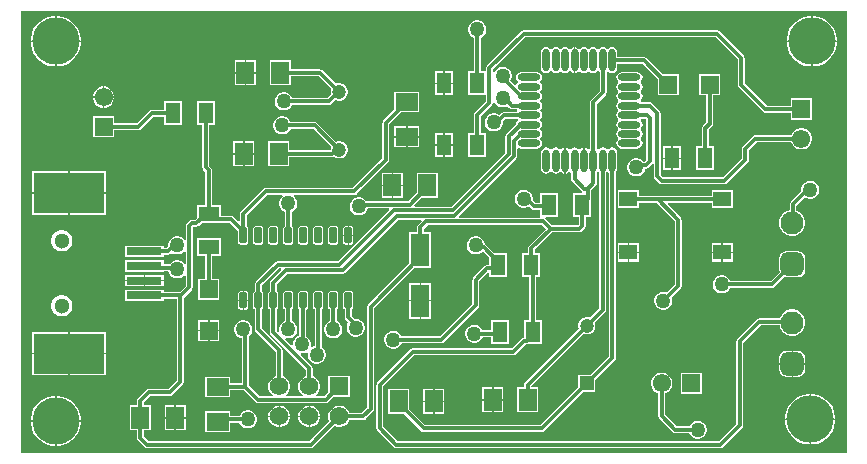
<source format=gtl>
G04*
G04 #@! TF.GenerationSoftware,Altium Limited,Altium Designer,23.10.1 (27)*
G04*
G04 Layer_Physical_Order=1*
G04 Layer_Color=255*
%FSLAX44Y44*%
%MOMM*%
G71*
G04*
G04 #@! TF.SameCoordinates,8FD05F9E-8C87-4FDC-AA44-F0996D1C9290*
G04*
G04*
G04 #@! TF.FilePolarity,Positive*
G04*
G01*
G75*
%ADD15R,1.2557X1.7582*%
%ADD16R,1.5057X1.8582*%
G04:AMPARAMS|DCode=17|XSize=1.31mm|YSize=0.62mm|CornerRadius=0.0775mm|HoleSize=0mm|Usage=FLASHONLY|Rotation=90.000|XOffset=0mm|YOffset=0mm|HoleType=Round|Shape=RoundedRectangle|*
%AMROUNDEDRECTD17*
21,1,1.3100,0.4650,0,0,90.0*
21,1,1.1550,0.6200,0,0,90.0*
1,1,0.1550,0.2325,0.5775*
1,1,0.1550,0.2325,-0.5775*
1,1,0.1550,-0.2325,-0.5775*
1,1,0.1550,-0.2325,0.5775*
%
%ADD17ROUNDEDRECTD17*%
%ADD18R,1.5000X1.5000*%
%ADD19R,1.8582X1.5057*%
%ADD20R,3.0000X0.7000*%
%ADD21R,6.0400X3.4000*%
%ADD22R,1.7582X1.2557*%
%ADD23R,1.5500X1.3000*%
%ADD24O,0.6000X1.9500*%
%ADD25O,1.9500X0.6000*%
%ADD26R,1.6000X2.8000*%
%ADD27R,1.5000X1.5000*%
%ADD34C,1.5700*%
%ADD35R,1.5700X1.5700*%
%ADD39R,1.5500X1.5500*%
%ADD40C,1.5500*%
%ADD41R,1.5500X1.5500*%
%ADD46C,0.3200*%
%ADD47C,1.2000*%
%ADD48C,1.3000*%
%ADD49C,1.9500*%
G04:AMPARAMS|DCode=50|XSize=1.95mm|YSize=1.95mm|CornerRadius=0.4875mm|HoleSize=0mm|Usage=FLASHONLY|Rotation=90.000|XOffset=0mm|YOffset=0mm|HoleType=Round|Shape=RoundedRectangle|*
%AMROUNDEDRECTD50*
21,1,1.9500,0.9750,0,0,90.0*
21,1,0.9750,1.9500,0,0,90.0*
1,1,0.9750,0.4875,0.4875*
1,1,0.9750,0.4875,-0.4875*
1,1,0.9750,-0.4875,-0.4875*
1,1,0.9750,-0.4875,0.4875*
%
%ADD50ROUNDEDRECTD50*%
%ADD51R,1.2000X1.2000*%
%ADD52C,4.0000*%
%ADD53C,0.5500*%
%ADD54C,1.2700*%
G36*
X955541Y256039D02*
X256039D01*
Y630421D01*
X955541D01*
Y256039D01*
D02*
G37*
%LPC*%
G36*
X927925Y625790D02*
X926465D01*
Y605155D01*
X947100D01*
Y606615D01*
X946283Y610724D01*
X944679Y614595D01*
X942352Y618079D01*
X939389Y621041D01*
X935905Y623369D01*
X932034Y624973D01*
X927925Y625790D01*
D02*
G37*
G36*
X925195D02*
X923735D01*
X919626Y624973D01*
X915755Y623369D01*
X912271Y621041D01*
X909308Y618079D01*
X906981Y614595D01*
X905377Y610724D01*
X904560Y606615D01*
Y605155D01*
X925195D01*
Y625790D01*
D02*
G37*
G36*
X287845D02*
X286385D01*
Y605155D01*
X307020D01*
Y606615D01*
X306203Y610724D01*
X304599Y614595D01*
X302271Y618079D01*
X299309Y621041D01*
X295825Y623369D01*
X291954Y624973D01*
X287845Y625790D01*
D02*
G37*
G36*
X285115D02*
X283655D01*
X279546Y624973D01*
X275675Y623369D01*
X272191Y621041D01*
X269228Y618079D01*
X266901Y614595D01*
X265297Y610724D01*
X264480Y606615D01*
Y605155D01*
X285115D01*
Y625790D01*
D02*
G37*
G36*
X716980Y599704D02*
X715314Y599372D01*
X713902Y598428D01*
X713615Y598000D01*
X712345D01*
X712058Y598428D01*
X710646Y599372D01*
X708980Y599704D01*
X707314Y599372D01*
X705901Y598428D01*
X705615Y598000D01*
X704345D01*
X704059Y598428D01*
X702646Y599372D01*
X700980Y599704D01*
X699314Y599372D01*
X697902Y598428D01*
X696958Y597016D01*
X696626Y595350D01*
Y581850D01*
X696958Y580184D01*
X697902Y578772D01*
X699314Y577828D01*
X700980Y577496D01*
X702646Y577828D01*
X704059Y578772D01*
X704345Y579200D01*
X705615D01*
X705901Y578772D01*
X707314Y577828D01*
X708980Y577496D01*
X710646Y577828D01*
X712058Y578772D01*
X712345Y579200D01*
X713615D01*
X713902Y578772D01*
X715314Y577828D01*
X716980Y577496D01*
X718646Y577828D01*
X720059Y578772D01*
X720345Y579200D01*
X721615D01*
X721901Y578772D01*
X723314Y577828D01*
X724345Y577623D01*
Y588600D01*
Y599577D01*
X723314Y599372D01*
X721901Y598428D01*
X721615Y598000D01*
X720345D01*
X720059Y598428D01*
X718646Y599372D01*
X716980Y599704D01*
D02*
G37*
G36*
X947100Y603885D02*
X926465D01*
Y583250D01*
X927925D01*
X932034Y584067D01*
X935905Y585671D01*
X939389Y587999D01*
X942352Y590961D01*
X944679Y594445D01*
X946283Y598316D01*
X947100Y602425D01*
Y603885D01*
D02*
G37*
G36*
X925195D02*
X904560D01*
Y602425D01*
X905377Y598316D01*
X906981Y594445D01*
X909308Y590961D01*
X912271Y587999D01*
X915755Y585671D01*
X919626Y584067D01*
X923735Y583250D01*
X925195D01*
Y603885D01*
D02*
G37*
G36*
X307020D02*
X286385D01*
Y583250D01*
X287845D01*
X291954Y584067D01*
X295825Y585671D01*
X299309Y587999D01*
X302271Y590961D01*
X304599Y594445D01*
X306203Y598316D01*
X307020Y602425D01*
Y603885D01*
D02*
G37*
G36*
X285115D02*
X264480D01*
Y602425D01*
X265297Y598316D01*
X266901Y594445D01*
X269228Y590961D01*
X272191Y587999D01*
X275675Y585671D01*
X279546Y584067D01*
X283655Y583250D01*
X285115D01*
Y603885D01*
D02*
G37*
G36*
X455046Y588411D02*
X446883D01*
Y578485D01*
X455046D01*
Y588411D01*
D02*
G37*
G36*
X445613D02*
X437449D01*
Y578485D01*
X445613D01*
Y588411D01*
D02*
G37*
G36*
X622186Y579021D02*
X615273D01*
Y569595D01*
X622186D01*
Y579021D01*
D02*
G37*
G36*
X614003D02*
X607089D01*
Y569595D01*
X614003D01*
Y579021D01*
D02*
G37*
G36*
X455046Y577215D02*
X446883D01*
Y567289D01*
X455046D01*
Y577215D01*
D02*
G37*
G36*
X445613D02*
X437449D01*
Y567289D01*
X445613D01*
Y577215D01*
D02*
G37*
G36*
X622186Y568325D02*
X615273D01*
Y558899D01*
X622186D01*
Y568325D01*
D02*
G37*
G36*
X614003D02*
X607089D01*
Y558899D01*
X614003D01*
Y568325D01*
D02*
G37*
G36*
X327407Y566350D02*
X326855D01*
Y557965D01*
X335240D01*
Y558517D01*
X334625Y560812D01*
X333438Y562868D01*
X331758Y564548D01*
X329702Y565735D01*
X327407Y566350D01*
D02*
G37*
G36*
X325585D02*
X325033D01*
X322738Y565735D01*
X320682Y564548D01*
X319002Y562868D01*
X317815Y560812D01*
X317200Y558517D01*
Y557965D01*
X325585D01*
Y566350D01*
D02*
G37*
G36*
X484571Y588411D02*
X466974D01*
Y567289D01*
X484571D01*
Y574924D01*
X508328D01*
X518969Y564282D01*
X518510Y562567D01*
Y560653D01*
X518758Y559726D01*
X515678Y556646D01*
X485895D01*
X485891Y556661D01*
X484888Y558399D01*
X483469Y559818D01*
X481731Y560821D01*
X479793Y561340D01*
X477787D01*
X475849Y560821D01*
X474111Y559818D01*
X472692Y558399D01*
X471689Y556661D01*
X471170Y554723D01*
Y552717D01*
X471689Y550779D01*
X472692Y549041D01*
X474111Y547622D01*
X475849Y546619D01*
X477787Y546100D01*
X479793D01*
X481731Y546619D01*
X483469Y547622D01*
X484888Y549041D01*
X485891Y550779D01*
X485895Y550794D01*
X516890D01*
X518010Y551017D01*
X518959Y551651D01*
X522448Y555139D01*
X522974Y554836D01*
X524823Y554340D01*
X526737D01*
X528586Y554836D01*
X530244Y555793D01*
X531597Y557146D01*
X532555Y558804D01*
X533050Y560653D01*
Y562567D01*
X532555Y564416D01*
X531597Y566074D01*
X530244Y567427D01*
X528586Y568385D01*
X526737Y568880D01*
X524823D01*
X523108Y568420D01*
X511609Y579919D01*
X510660Y580554D01*
X509540Y580776D01*
X484571D01*
Y588411D01*
D02*
G37*
G36*
X335240Y556695D02*
X326855D01*
Y548310D01*
X327407D01*
X329702Y548925D01*
X331758Y550112D01*
X333438Y551792D01*
X334625Y553848D01*
X335240Y556143D01*
Y556695D01*
D02*
G37*
G36*
X325585D02*
X317200D01*
Y556143D01*
X317815Y553848D01*
X319002Y551792D01*
X320682Y550112D01*
X322738Y548925D01*
X325033Y548310D01*
X325585D01*
Y556695D01*
D02*
G37*
G36*
X643623Y622300D02*
X641617D01*
X639679Y621781D01*
X637941Y620778D01*
X636522Y619359D01*
X635519Y617621D01*
X635000Y615683D01*
Y613677D01*
X635519Y611739D01*
X636522Y610001D01*
X637941Y608582D01*
X639679Y607579D01*
X639694Y607575D01*
Y579021D01*
X635114D01*
Y558899D01*
X649854D01*
Y553662D01*
X640593Y544402D01*
X639959Y543452D01*
X639736Y542332D01*
Y526951D01*
X635114D01*
Y506829D01*
X650211D01*
Y526951D01*
X645589D01*
Y541120D01*
X654849Y550381D01*
X655483Y551330D01*
X655706Y552450D01*
Y553648D01*
X656976Y553815D01*
X657109Y553319D01*
X658112Y551581D01*
X659531Y550163D01*
X661269Y549159D01*
X663207Y548640D01*
X665213D01*
X667151Y549159D01*
X668154Y549738D01*
X669861Y548031D01*
X670810Y547397D01*
X671930Y547174D01*
X676550D01*
X676652Y547022D01*
X676618Y545631D01*
X675992Y545026D01*
X665321D01*
X664201Y544804D01*
X663251Y544169D01*
X661174Y542092D01*
X659531Y543041D01*
X657593Y543560D01*
X655587D01*
X653649Y543041D01*
X651911Y542038D01*
X650492Y540619D01*
X649489Y538881D01*
X648970Y536943D01*
Y534937D01*
X649489Y532999D01*
X650492Y531261D01*
X651911Y529842D01*
X653649Y528839D01*
X655587Y528320D01*
X657593D01*
X659531Y528839D01*
X661269Y529842D01*
X662688Y531261D01*
X663691Y532999D01*
X664210Y534937D01*
Y536851D01*
X666533Y539174D01*
X676550D01*
X676652Y539021D01*
X677080Y538735D01*
Y537465D01*
X676652Y537178D01*
X675708Y535766D01*
X675398Y534207D01*
X667221Y526031D01*
X666587Y525081D01*
X666364Y523961D01*
Y510361D01*
X620478Y464475D01*
X589668D01*
X589182Y465648D01*
X595572Y472039D01*
X609031D01*
Y493161D01*
X591434D01*
Y476177D01*
X584202Y468945D01*
X548707D01*
X548387Y469499D01*
X546969Y470918D01*
X545231Y471921D01*
X543293Y472440D01*
X541287D01*
X539349Y471921D01*
X537611Y470918D01*
X536193Y469499D01*
X535189Y467761D01*
X534670Y465823D01*
Y463817D01*
X535189Y461879D01*
X536193Y460141D01*
X537611Y458722D01*
X539349Y457719D01*
X541287Y457200D01*
X543293D01*
X545231Y457719D01*
X546969Y458722D01*
X548387Y460141D01*
X549391Y461879D01*
X549716Y463093D01*
X567785D01*
X568271Y461919D01*
X524568Y418216D01*
X473710D01*
X472590Y417994D01*
X471641Y417359D01*
X455131Y400849D01*
X454496Y399900D01*
X454274Y398780D01*
Y392990D01*
X454077Y392951D01*
X453401Y392499D01*
X452949Y391823D01*
X452790Y391025D01*
Y379475D01*
X452949Y378677D01*
X453401Y378001D01*
X454077Y377549D01*
X454274Y377510D01*
Y360680D01*
X454496Y359560D01*
X455131Y358611D01*
X472054Y341688D01*
Y321078D01*
X471460Y320919D01*
X469380Y319718D01*
X467682Y318020D01*
X466482Y315940D01*
X465860Y313621D01*
Y311219D01*
X466482Y308900D01*
X467682Y306820D01*
X469316Y305186D01*
X469295Y304896D01*
X468929Y303916D01*
X458412D01*
X449174Y313155D01*
Y354580D01*
X449179Y354582D01*
X450597Y356001D01*
X451601Y357739D01*
X452120Y359677D01*
Y361683D01*
X451601Y363621D01*
X450597Y365359D01*
X449179Y366777D01*
X447441Y367781D01*
X445503Y368300D01*
X443497D01*
X441559Y367781D01*
X439821Y366777D01*
X438402Y365359D01*
X437399Y363621D01*
X436880Y361683D01*
Y359677D01*
X437399Y357739D01*
X438402Y356001D01*
X439821Y354582D01*
X441559Y353579D01*
X443321Y353107D01*
Y314869D01*
X433471D01*
Y320741D01*
X412349D01*
Y303144D01*
X433471D01*
Y309016D01*
X445036D01*
X455131Y298921D01*
X456080Y298286D01*
X457200Y298064D01*
X514350D01*
X515470Y298286D01*
X516419Y298921D01*
X520798Y303300D01*
X534900D01*
Y321540D01*
X516660D01*
Y307438D01*
X513138Y303916D01*
X506431D01*
X506065Y304896D01*
X506044Y305186D01*
X507678Y306820D01*
X508879Y308900D01*
X509500Y311219D01*
Y313621D01*
X508879Y315940D01*
X507678Y318020D01*
X505980Y319718D01*
X503900Y320919D01*
X503306Y321078D01*
Y327660D01*
X503083Y328780D01*
X502449Y329729D01*
X493088Y339090D01*
X493614Y340360D01*
X495033D01*
X496971Y340879D01*
X498195Y341586D01*
X499286Y340749D01*
X499110Y340093D01*
Y338087D01*
X499629Y336149D01*
X500633Y334411D01*
X502051Y332993D01*
X503789Y331989D01*
X505727Y331470D01*
X507733D01*
X509671Y331989D01*
X511409Y332993D01*
X512827Y334411D01*
X513831Y336149D01*
X514350Y338087D01*
Y340093D01*
X513831Y342031D01*
X512827Y343769D01*
X511409Y345187D01*
X510926Y345466D01*
Y377510D01*
X511123Y377549D01*
X511799Y378001D01*
X512251Y378677D01*
X512410Y379475D01*
Y391025D01*
X512251Y391823D01*
X511799Y392499D01*
X511123Y392951D01*
X510325Y393110D01*
X505675D01*
X504877Y392951D01*
X504201Y392499D01*
X503749Y391823D01*
X503590Y391025D01*
Y379475D01*
X503749Y378677D01*
X504201Y378001D01*
X504877Y377549D01*
X505074Y377510D01*
Y346535D01*
X503789Y346191D01*
X502565Y345484D01*
X501474Y346321D01*
X501650Y346977D01*
Y348983D01*
X501131Y350921D01*
X500127Y352659D01*
X498709Y354077D01*
X497591Y354723D01*
Y377390D01*
X497625D01*
X498423Y377549D01*
X499099Y378001D01*
X499551Y378677D01*
X499710Y379475D01*
Y391025D01*
X499551Y391823D01*
X499099Y392499D01*
X498423Y392951D01*
X497625Y393110D01*
X492975D01*
X492177Y392951D01*
X491501Y392499D01*
X491049Y391823D01*
X490890Y391025D01*
Y379475D01*
X491049Y378677D01*
X491501Y378001D01*
X491739Y377841D01*
Y355255D01*
X491089Y355081D01*
X489351Y354077D01*
X487933Y352659D01*
X486929Y350921D01*
X486410Y348983D01*
Y347564D01*
X485140Y347038D01*
X480007Y352171D01*
X480665Y353310D01*
X481597Y353060D01*
X483603D01*
X485541Y353579D01*
X487279Y354582D01*
X488698Y356001D01*
X489701Y357739D01*
X490220Y359677D01*
Y361683D01*
X489701Y363621D01*
X488698Y365359D01*
X487279Y366777D01*
X485541Y367781D01*
X485526Y367785D01*
Y377510D01*
X485723Y377549D01*
X486399Y378001D01*
X486851Y378677D01*
X487010Y379475D01*
Y391025D01*
X486851Y391823D01*
X486399Y392499D01*
X485723Y392951D01*
X484925Y393110D01*
X480275D01*
X479477Y392951D01*
X478801Y392499D01*
X478349Y391823D01*
X478190Y391025D01*
Y379475D01*
X478349Y378677D01*
X478801Y378001D01*
X479477Y377549D01*
X479674Y377510D01*
Y367785D01*
X479659Y367781D01*
X477921Y366777D01*
X476502Y365359D01*
X475499Y363621D01*
X474980Y361683D01*
Y359677D01*
X475230Y358745D01*
X474091Y358087D01*
X472826Y359352D01*
Y377510D01*
X473023Y377549D01*
X473699Y378001D01*
X474151Y378677D01*
X474310Y379475D01*
Y391025D01*
X474151Y391823D01*
X473699Y392499D01*
X473023Y392951D01*
X472826Y392990D01*
Y398907D01*
X481813Y407894D01*
X528942D01*
X530061Y408116D01*
X531011Y408751D01*
X575924Y453664D01*
X595186D01*
X595672Y452490D01*
X592291Y449109D01*
X591656Y448160D01*
X591434Y447040D01*
Y443170D01*
X585090D01*
Y416768D01*
X550381Y382059D01*
X549747Y381110D01*
X549524Y379990D01*
Y294582D01*
X544888Y289946D01*
X534438D01*
X534278Y290540D01*
X533078Y292620D01*
X531380Y294318D01*
X529300Y295518D01*
X526981Y296140D01*
X524579D01*
X522260Y295518D01*
X520180Y294318D01*
X518482Y292620D01*
X517281Y290540D01*
X516660Y288221D01*
Y285819D01*
X517281Y283500D01*
X517589Y282967D01*
X500438Y265816D01*
X364432D01*
X360274Y269974D01*
Y275189D01*
X366146D01*
Y296311D01*
X360274D01*
Y298986D01*
X365702Y304414D01*
X382270D01*
X383390Y304636D01*
X384339Y305271D01*
X393229Y314161D01*
X393863Y315110D01*
X394086Y316230D01*
Y387408D01*
X400849Y394171D01*
X401483Y395120D01*
X401706Y396240D01*
Y447098D01*
X402255Y447646D01*
X404838D01*
X405958Y447869D01*
X406907Y448504D01*
X409367Y450964D01*
X419686D01*
X419969Y450908D01*
X433154D01*
X440090Y443972D01*
Y434475D01*
X440249Y433677D01*
X440701Y433001D01*
X441377Y432549D01*
X442175Y432390D01*
X446825D01*
X447623Y432549D01*
X448299Y433001D01*
X448751Y433677D01*
X448910Y434475D01*
Y446025D01*
X448751Y446823D01*
X448299Y447499D01*
X447623Y447951D01*
X447426Y447990D01*
Y457258D01*
X464762Y474594D01*
X477349D01*
X477703Y473891D01*
X477787Y473324D01*
X476502Y472039D01*
X475499Y470301D01*
X474980Y468363D01*
Y466357D01*
X475499Y464419D01*
X476502Y462681D01*
X477921Y461263D01*
X479659Y460259D01*
X479674Y460255D01*
Y447990D01*
X479477Y447951D01*
X478801Y447499D01*
X478349Y446823D01*
X478190Y446025D01*
Y434475D01*
X478349Y433677D01*
X478801Y433001D01*
X479477Y432549D01*
X480275Y432390D01*
X484925D01*
X485723Y432549D01*
X486399Y433001D01*
X486851Y433677D01*
X487010Y434475D01*
Y446025D01*
X486851Y446823D01*
X486399Y447499D01*
X485723Y447951D01*
X485526Y447990D01*
Y460255D01*
X485541Y460259D01*
X487279Y461263D01*
X488698Y462681D01*
X489701Y464419D01*
X490220Y466357D01*
Y468363D01*
X489701Y470301D01*
X488698Y472039D01*
X487413Y473324D01*
X487497Y473891D01*
X487851Y474594D01*
X538480D01*
X539600Y474817D01*
X540549Y475451D01*
X567219Y502121D01*
X567854Y503070D01*
X568076Y504190D01*
Y534250D01*
X577308Y543482D01*
X577942Y544431D01*
X577945Y544444D01*
X593491D01*
Y562041D01*
X572369D01*
Y547597D01*
X572313Y547314D01*
Y546763D01*
X563081Y537532D01*
X562447Y536582D01*
X562224Y535462D01*
Y505402D01*
X537268Y480446D01*
X463550D01*
X462430Y480224D01*
X461481Y479589D01*
X442431Y460539D01*
X441796Y459590D01*
X441574Y458470D01*
Y452424D01*
X440400Y451938D01*
X436435Y455903D01*
X435486Y456537D01*
X434366Y456760D01*
X425351D01*
Y466061D01*
X418216D01*
Y495300D01*
X417994Y496420D01*
X417359Y497369D01*
X415761Y498967D01*
Y533499D01*
X420383D01*
Y553621D01*
X405286D01*
Y533499D01*
X409909D01*
Y497755D01*
X410131Y496635D01*
X410766Y495686D01*
X412364Y494088D01*
Y466061D01*
X405229D01*
Y455102D01*
X403626Y453499D01*
X401043D01*
X399923Y453276D01*
X398974Y452642D01*
X396711Y450379D01*
X396077Y449430D01*
X395854Y448310D01*
Y437051D01*
X395151Y436697D01*
X394584Y436613D01*
X393299Y437897D01*
X391561Y438901D01*
X389623Y439420D01*
X387617D01*
X385679Y438901D01*
X383941Y437897D01*
X382523Y436479D01*
X381519Y434741D01*
X381000Y432803D01*
Y430889D01*
X379897Y429786D01*
X377100D01*
Y431630D01*
X344560D01*
Y422090D01*
X377100D01*
Y423934D01*
X381109D01*
X382229Y424156D01*
X383178Y424791D01*
X384036Y425648D01*
X385679Y424699D01*
X387617Y424180D01*
X389623D01*
X391561Y424699D01*
X393299Y425703D01*
X394584Y426987D01*
X395151Y426903D01*
X395854Y426549D01*
Y416731D01*
X395151Y416377D01*
X394584Y416293D01*
X393299Y417578D01*
X391561Y418581D01*
X389623Y419100D01*
X387617D01*
X385679Y418581D01*
X383941Y417578D01*
X382523Y416159D01*
X382342Y415846D01*
X377100D01*
Y419130D01*
X344560D01*
Y409590D01*
X377100D01*
Y409994D01*
X381129D01*
X381519Y408539D01*
X382523Y406801D01*
X383941Y405382D01*
X385679Y404379D01*
X387617Y403860D01*
X389623D01*
X391561Y404379D01*
X393299Y405382D01*
X394584Y406667D01*
X395151Y406583D01*
X395854Y406229D01*
Y397452D01*
X390644Y392242D01*
X390420Y392286D01*
X377100D01*
Y394130D01*
X344560D01*
Y384590D01*
X377100D01*
Y386434D01*
X388234D01*
Y317442D01*
X381058Y310266D01*
X364490D01*
X363370Y310044D01*
X362421Y309409D01*
X355278Y302267D01*
X354644Y301317D01*
X354421Y300198D01*
Y296311D01*
X348549D01*
Y275189D01*
X354421D01*
Y268762D01*
X354644Y267643D01*
X355278Y266693D01*
X361151Y260821D01*
X362100Y260187D01*
X363220Y259964D01*
X501650D01*
X502770Y260187D01*
X503719Y260821D01*
X521727Y278829D01*
X522260Y278521D01*
X524579Y277900D01*
X526981D01*
X529300Y278521D01*
X531380Y279722D01*
X533078Y281420D01*
X534278Y283500D01*
X534438Y284094D01*
X546100D01*
X547220Y284317D01*
X548169Y284951D01*
X554519Y291301D01*
X555154Y292250D01*
X555376Y293370D01*
Y378778D01*
X589228Y412630D01*
X603630D01*
Y443170D01*
X597286D01*
Y445828D01*
X600652Y449194D01*
X697288D01*
X700712Y445770D01*
X686356Y431414D01*
X685721Y430465D01*
X685499Y429345D01*
Y425351D01*
X680876D01*
Y405229D01*
X686726D01*
Y368201D01*
X682104D01*
Y353804D01*
X681341Y353652D01*
X680392Y353018D01*
X671930Y344556D01*
X588010D01*
X586890Y344333D01*
X585941Y343699D01*
X558001Y315759D01*
X557366Y314810D01*
X557144Y313690D01*
Y276860D01*
X557366Y275740D01*
X558001Y274791D01*
X571971Y260821D01*
X572920Y260187D01*
X574040Y259964D01*
X848360D01*
X849480Y260187D01*
X850429Y260821D01*
X866939Y277331D01*
X867573Y278280D01*
X867796Y279400D01*
Y349308D01*
X882592Y364104D01*
X898545D01*
X899051Y362216D01*
X900502Y359703D01*
X902554Y357652D01*
X905066Y356201D01*
X907869Y355450D01*
X910771D01*
X913574Y356201D01*
X916086Y357652D01*
X918138Y359703D01*
X919589Y362216D01*
X920340Y365019D01*
Y367921D01*
X919589Y370723D01*
X918138Y373236D01*
X916086Y375288D01*
X913574Y376739D01*
X910771Y377490D01*
X907869D01*
X905066Y376739D01*
X902554Y375288D01*
X900502Y373236D01*
X899051Y370723D01*
X898845Y369956D01*
X881380D01*
X880260Y369734D01*
X879311Y369099D01*
X862801Y352589D01*
X862167Y351640D01*
X861944Y350520D01*
Y280612D01*
X847148Y265816D01*
X575252D01*
X562996Y278072D01*
Y312478D01*
X589222Y338704D01*
X673142D01*
X674262Y338927D01*
X675212Y339561D01*
X683673Y348023D01*
X684974D01*
X685257Y348079D01*
X697201D01*
Y368201D01*
X692579D01*
Y405229D01*
X695974D01*
Y425351D01*
X691351D01*
Y428133D01*
X706062Y442844D01*
X728980D01*
X730100Y443066D01*
X731049Y443701D01*
X733632Y446283D01*
X734266Y447233D01*
X734489Y448352D01*
Y456029D01*
X739111D01*
Y470486D01*
X739167Y470769D01*
Y478489D01*
X743049Y482371D01*
X743683Y483320D01*
X743906Y484440D01*
Y493670D01*
X744058Y493772D01*
X745449Y493738D01*
X746054Y493112D01*
Y378622D01*
X738002Y370570D01*
X736287Y371030D01*
X734373D01*
X732524Y370535D01*
X730866Y369577D01*
X729513Y368224D01*
X728555Y366566D01*
X728060Y364717D01*
Y362803D01*
X728520Y361088D01*
X683253Y315822D01*
X682619Y314872D01*
X682396Y313752D01*
Y311551D01*
X676524D01*
Y290429D01*
X694121D01*
Y311551D01*
X688926D01*
X688529Y312821D01*
X732658Y356950D01*
X734373Y356490D01*
X736287D01*
X738136Y356985D01*
X739794Y357943D01*
X741147Y359296D01*
X742105Y360954D01*
X742600Y362803D01*
Y364717D01*
X742141Y366432D01*
X751049Y375341D01*
X751684Y376290D01*
X751906Y377410D01*
Y493670D01*
X752058Y493772D01*
X753449Y493738D01*
X754054Y493112D01*
Y337822D01*
X738462Y322230D01*
X728060D01*
Y311828D01*
X696018Y279786D01*
X598575D01*
X585064Y293297D01*
Y310281D01*
X567467D01*
Y289159D01*
X580925D01*
X595294Y274791D01*
X596243Y274156D01*
X597363Y273934D01*
X697230D01*
X698350Y274156D01*
X699299Y274791D01*
X732198Y307690D01*
X742600D01*
Y318092D01*
X759049Y334541D01*
X759684Y335490D01*
X759906Y336610D01*
Y493670D01*
X760059Y493772D01*
X761002Y495184D01*
X761334Y496850D01*
Y510350D01*
X761002Y512016D01*
X760059Y513428D01*
X758646Y514372D01*
X756980Y514704D01*
X755314Y514372D01*
X753902Y513428D01*
X753615Y513000D01*
X752345D01*
X752058Y513428D01*
X750646Y514372D01*
X748980Y514704D01*
X747314Y514372D01*
X745901Y513428D01*
X744511Y513462D01*
X743906Y514088D01*
Y551808D01*
X751369Y559271D01*
X752003Y560220D01*
X752226Y561340D01*
Y579023D01*
X752345Y579200D01*
X753615D01*
X753902Y578772D01*
X755314Y577828D01*
X756980Y577496D01*
X758646Y577828D01*
X760059Y578772D01*
X761002Y580184D01*
X761334Y581850D01*
Y585674D01*
X782348D01*
X795700Y572322D01*
Y558920D01*
X813240D01*
Y576460D01*
X799838D01*
X785629Y590669D01*
X784680Y591303D01*
X783560Y591526D01*
X761334D01*
Y595350D01*
X761002Y597016D01*
X760059Y598428D01*
X758646Y599372D01*
X756980Y599704D01*
X755314Y599372D01*
X753902Y598428D01*
X753615Y598000D01*
X752345D01*
X752058Y598428D01*
X750646Y599372D01*
X748980Y599704D01*
X747314Y599372D01*
X745901Y598428D01*
X745615Y598000D01*
X744345D01*
X744059Y598428D01*
X742646Y599372D01*
X740980Y599704D01*
X739314Y599372D01*
X737902Y598428D01*
X737615Y598000D01*
X736345D01*
X736059Y598428D01*
X734646Y599372D01*
X732980Y599704D01*
X731314Y599372D01*
X729902Y598428D01*
X729615Y598000D01*
X728345D01*
X728058Y598428D01*
X726646Y599372D01*
X725615Y599577D01*
Y588600D01*
Y577623D01*
X726646Y577828D01*
X728058Y578772D01*
X728345Y579200D01*
X729615D01*
X729902Y578772D01*
X731314Y577828D01*
X732980Y577496D01*
X734646Y577828D01*
X736059Y578772D01*
X736345Y579200D01*
X737615D01*
X737902Y578772D01*
X739314Y577828D01*
X740980Y577496D01*
X742646Y577828D01*
X744059Y578772D01*
X744219Y579012D01*
X745520Y579093D01*
X746374Y578245D01*
Y562552D01*
X738911Y555089D01*
X738277Y554140D01*
X738054Y553020D01*
Y513530D01*
X737902Y513428D01*
X737615Y513000D01*
X736345D01*
X736059Y513428D01*
X734646Y514372D01*
X733615Y514577D01*
Y503600D01*
X732345D01*
Y514577D01*
X731314Y514372D01*
X729902Y513428D01*
X729615Y513000D01*
X728345D01*
X728058Y513428D01*
X726646Y514372D01*
X724980Y514704D01*
X723314Y514372D01*
X721901Y513428D01*
X721615Y513000D01*
X720345D01*
X720059Y513428D01*
X718646Y514372D01*
X717615Y514577D01*
Y503600D01*
Y492623D01*
X718646Y492828D01*
X720058Y493772D01*
X721449Y493738D01*
X722054Y493112D01*
Y487870D01*
X722277Y486750D01*
X722911Y485801D01*
X731080Y477632D01*
X731395Y477421D01*
X731010Y476151D01*
X724014D01*
Y456029D01*
X728636D01*
Y449565D01*
X727768Y448696D01*
X706062D01*
X700569Y454189D01*
X699716Y454759D01*
X699706Y454851D01*
X700491Y456029D01*
X711086D01*
Y476151D01*
X695989D01*
Y467746D01*
X692123D01*
X689610Y470259D01*
Y472173D01*
X689091Y474111D01*
X688087Y475849D01*
X686669Y477267D01*
X684931Y478271D01*
X682993Y478790D01*
X680987D01*
X679049Y478271D01*
X677311Y477267D01*
X675892Y475849D01*
X674889Y474111D01*
X674370Y472173D01*
Y470167D01*
X674889Y468229D01*
X675892Y466491D01*
X677311Y465073D01*
X679049Y464069D01*
X680987Y463550D01*
X682993D01*
X684931Y464069D01*
X686574Y465018D01*
X688841Y462751D01*
X689791Y462117D01*
X690911Y461894D01*
X695989D01*
Y456316D01*
X695989Y456029D01*
X695295Y455046D01*
X627306D01*
X626820Y456220D01*
X675829Y505228D01*
X676463Y506178D01*
X676686Y507298D01*
Y513651D01*
X677806Y514250D01*
X678064Y514078D01*
X679730Y513746D01*
X693230D01*
X694896Y514078D01*
X696309Y515022D01*
X697252Y516434D01*
X697584Y518100D01*
X697252Y519766D01*
X696309Y521179D01*
X695880Y521465D01*
Y522735D01*
X696309Y523022D01*
X697252Y524434D01*
X697584Y526100D01*
X697252Y527766D01*
X696309Y529179D01*
X695880Y529465D01*
Y530735D01*
X696309Y531021D01*
X697252Y532434D01*
X697584Y534100D01*
X697252Y535766D01*
X696309Y537178D01*
X695880Y537465D01*
Y538735D01*
X696309Y539021D01*
X697252Y540434D01*
X697584Y542100D01*
X697252Y543766D01*
X696309Y545178D01*
X695880Y545465D01*
Y546735D01*
X696309Y547021D01*
X697252Y548434D01*
X697584Y550100D01*
X697252Y551766D01*
X696309Y553178D01*
X695880Y553465D01*
Y554735D01*
X696309Y555022D01*
X697252Y556434D01*
X697584Y558100D01*
X697252Y559766D01*
X696309Y561179D01*
X695880Y561465D01*
Y562735D01*
X696309Y563022D01*
X697252Y564434D01*
X697584Y566100D01*
X697252Y567766D01*
X696309Y569179D01*
X695880Y569465D01*
Y570735D01*
X696309Y571021D01*
X697252Y572434D01*
X697584Y574100D01*
X697252Y575766D01*
X696309Y577178D01*
X694896Y578122D01*
X693230Y578454D01*
X679730D01*
X678064Y578122D01*
X676652Y577178D01*
X675708Y575766D01*
X675376Y574100D01*
X675708Y572434D01*
X676652Y571021D01*
X677080Y570735D01*
Y569465D01*
X676652Y569179D01*
X675708Y567766D01*
X675671Y567580D01*
X674455Y567211D01*
X670574Y571093D01*
X671311Y572369D01*
X671830Y574307D01*
Y576313D01*
X671311Y578251D01*
X670307Y579989D01*
X668889Y581408D01*
X667151Y582411D01*
X665213Y582930D01*
X663207D01*
X661269Y582411D01*
X659531Y581408D01*
X658112Y579989D01*
X657109Y578251D01*
X656976Y577755D01*
X655706Y577922D01*
Y580448D01*
X683202Y607944D01*
X844608D01*
X863214Y589338D01*
Y567690D01*
X863437Y566570D01*
X864071Y565621D01*
X884591Y545101D01*
X885540Y544467D01*
X886660Y544244D01*
X908090D01*
Y538150D01*
X926130D01*
Y556190D01*
X908090D01*
Y550096D01*
X887872D01*
X869066Y568902D01*
Y590550D01*
X868844Y591670D01*
X868209Y592619D01*
X847889Y612939D01*
X846940Y613573D01*
X845820Y613796D01*
X681990D01*
X680870Y613573D01*
X679921Y612939D01*
X650711Y583729D01*
X650077Y582780D01*
X649854Y581660D01*
Y579021D01*
X645546D01*
Y607575D01*
X645561Y607579D01*
X647299Y608582D01*
X648717Y610001D01*
X649721Y611739D01*
X650240Y613677D01*
Y615683D01*
X649721Y617621D01*
X648717Y619359D01*
X647299Y620778D01*
X645561Y621781D01*
X643623Y622300D01*
D02*
G37*
G36*
X392359Y553621D02*
X377261D01*
Y546486D01*
X367030D01*
X365910Y546264D01*
X364961Y545629D01*
X354588Y535256D01*
X335240D01*
Y541350D01*
X317200D01*
Y523310D01*
X335240D01*
Y529404D01*
X355800D01*
X356920Y529627D01*
X357869Y530261D01*
X368242Y540634D01*
X377261D01*
Y533499D01*
X392359D01*
Y553621D01*
D02*
G37*
G36*
X593491Y532516D02*
X583565D01*
Y524353D01*
X593491D01*
Y532516D01*
D02*
G37*
G36*
X582295D02*
X572369D01*
Y524353D01*
X582295D01*
Y532516D01*
D02*
G37*
G36*
X622186Y526951D02*
X615273D01*
Y517525D01*
X622186D01*
Y526951D01*
D02*
G37*
G36*
X614003D02*
X607089D01*
Y517525D01*
X614003D01*
Y526951D01*
D02*
G37*
G36*
X593491Y523083D02*
X583565D01*
Y514919D01*
X593491D01*
Y523083D01*
D02*
G37*
G36*
X582295D02*
X572369D01*
Y514919D01*
X582295D01*
Y523083D01*
D02*
G37*
G36*
X778230Y578454D02*
X764730D01*
X763064Y578122D01*
X761652Y577178D01*
X760708Y575766D01*
X760376Y574100D01*
X760708Y572434D01*
X761652Y571021D01*
X762080Y570735D01*
Y569465D01*
X761652Y569179D01*
X760708Y567766D01*
X760376Y566100D01*
X760708Y564434D01*
X761652Y563022D01*
X762080Y562735D01*
Y561465D01*
X761652Y561179D01*
X760708Y559766D01*
X760376Y558100D01*
X760708Y556434D01*
X761652Y555022D01*
X762080Y554735D01*
Y553465D01*
X761652Y553178D01*
X760708Y551766D01*
X760376Y550100D01*
X760708Y548434D01*
X761652Y547021D01*
X762080Y546735D01*
Y545465D01*
X761652Y545178D01*
X760708Y543766D01*
X760376Y542100D01*
X760708Y540434D01*
X761652Y539021D01*
X762080Y538735D01*
Y537465D01*
X761652Y537178D01*
X760708Y535766D01*
X760376Y534100D01*
X760708Y532434D01*
X761652Y531021D01*
X762080Y530735D01*
Y529465D01*
X761652Y529179D01*
X760708Y527766D01*
X760376Y526100D01*
X760708Y524434D01*
X761652Y523022D01*
X762080Y522735D01*
Y521465D01*
X761652Y521179D01*
X760708Y519766D01*
X760376Y518100D01*
X760708Y516434D01*
X761652Y515022D01*
X763064Y514078D01*
X764730Y513746D01*
X778230D01*
X779896Y514078D01*
X781309Y515022D01*
X782252Y516434D01*
X782584Y518100D01*
X782252Y519766D01*
X781309Y521179D01*
X780880Y521465D01*
Y522735D01*
X781309Y523022D01*
X782252Y524434D01*
X782584Y526100D01*
X782252Y527766D01*
X781309Y529179D01*
X780880Y529465D01*
Y530735D01*
X781309Y531021D01*
X782252Y532434D01*
X782584Y534100D01*
X782252Y535766D01*
X781309Y537178D01*
X781342Y538569D01*
X781968Y539174D01*
X785108D01*
X785744Y538538D01*
Y504132D01*
X784196Y502584D01*
X783272D01*
X781919Y503937D01*
X780181Y504941D01*
X778243Y505460D01*
X776237D01*
X774299Y504941D01*
X772561Y503937D01*
X771143Y502519D01*
X770139Y500781D01*
X769620Y498843D01*
Y496837D01*
X770139Y494899D01*
X771143Y493161D01*
X772561Y491743D01*
X774299Y490739D01*
X776237Y490220D01*
X778243D01*
X780181Y490739D01*
X781919Y491743D01*
X783337Y493161D01*
X784341Y494899D01*
X784832Y496731D01*
X785408D01*
X786527Y496954D01*
X787477Y497589D01*
X790739Y500851D01*
X790824Y500978D01*
X792094Y500592D01*
Y490220D01*
X792317Y489100D01*
X792951Y488151D01*
X796761Y484341D01*
X797710Y483707D01*
X798830Y483484D01*
X851800D01*
X852920Y483707D01*
X853869Y484341D01*
X871649Y502121D01*
X872283Y503070D01*
X872506Y504190D01*
Y512440D01*
X879310Y519244D01*
X908556D01*
X908705Y518688D01*
X909892Y516632D01*
X911572Y514952D01*
X913628Y513765D01*
X915922Y513150D01*
X918298D01*
X920592Y513765D01*
X922648Y514952D01*
X924328Y516632D01*
X925515Y518688D01*
X926130Y520983D01*
Y523358D01*
X925515Y525652D01*
X924328Y527708D01*
X922648Y529388D01*
X920592Y530575D01*
X918298Y531190D01*
X915922D01*
X913628Y530575D01*
X911572Y529388D01*
X909892Y527708D01*
X908705Y525652D01*
X908556Y525096D01*
X878098D01*
X876979Y524874D01*
X876029Y524239D01*
X867511Y515721D01*
X866877Y514771D01*
X866654Y513652D01*
Y505402D01*
X850588Y489336D01*
X800042D01*
X797946Y491432D01*
Y543560D01*
X797723Y544680D01*
X797089Y545629D01*
X790549Y552169D01*
X789600Y552803D01*
X788480Y553026D01*
X781410D01*
X781309Y553178D01*
X780880Y553465D01*
Y554735D01*
X781309Y555022D01*
X782252Y556434D01*
X782584Y558100D01*
X782252Y559766D01*
X781309Y561179D01*
X780880Y561465D01*
Y562735D01*
X781309Y563022D01*
X782252Y564434D01*
X782584Y566100D01*
X782252Y567766D01*
X781309Y569179D01*
X780880Y569465D01*
Y570735D01*
X781309Y571021D01*
X782252Y572434D01*
X782584Y574100D01*
X782252Y575766D01*
X781309Y577178D01*
X779896Y578122D01*
X778230Y578454D01*
D02*
G37*
G36*
X708980Y514704D02*
X707314Y514372D01*
X705901Y513428D01*
X705615Y513000D01*
X704345D01*
X704059Y513428D01*
X702646Y514372D01*
X700980Y514704D01*
X699314Y514372D01*
X697902Y513428D01*
X696958Y512016D01*
X696626Y510350D01*
Y496850D01*
X696958Y495184D01*
X697902Y493772D01*
X699314Y492828D01*
X700980Y492496D01*
X702646Y492828D01*
X704059Y493772D01*
X704345Y494200D01*
X705615D01*
X705901Y493772D01*
X707314Y492828D01*
X708980Y492496D01*
X710646Y492828D01*
X712058Y493772D01*
X712345Y494200D01*
X713615D01*
X713902Y493772D01*
X715314Y492828D01*
X716345Y492623D01*
Y503600D01*
Y514577D01*
X715314Y514372D01*
X713902Y513428D01*
X713615Y513000D01*
X712345D01*
X712058Y513428D01*
X710646Y514372D01*
X708980Y514704D01*
D02*
G37*
G36*
X478523Y541020D02*
X476517D01*
X474579Y540501D01*
X472841Y539497D01*
X471423Y538079D01*
X470419Y536341D01*
X469900Y534403D01*
Y532397D01*
X470419Y530459D01*
X471423Y528721D01*
X472841Y527303D01*
X474579Y526299D01*
X476517Y525780D01*
X478523D01*
X480461Y526299D01*
X482199Y527303D01*
X483618Y528721D01*
X484621Y530459D01*
X484625Y530474D01*
X503978D01*
X518969Y515482D01*
X518510Y513767D01*
Y512196D01*
X483301D01*
Y519831D01*
X465704D01*
Y498709D01*
X483301D01*
Y506344D01*
X519859D01*
X520979Y506567D01*
X521477Y506900D01*
X522974Y506035D01*
X524823Y505540D01*
X526737D01*
X528586Y506035D01*
X530244Y506993D01*
X531597Y508346D01*
X532555Y510004D01*
X533050Y511853D01*
Y513767D01*
X532555Y515616D01*
X531597Y517274D01*
X530244Y518628D01*
X528586Y519585D01*
X526737Y520080D01*
X524823D01*
X523108Y519621D01*
X507259Y535469D01*
X506310Y536104D01*
X505190Y536326D01*
X484625D01*
X484621Y536341D01*
X483618Y538079D01*
X482199Y539497D01*
X480461Y540501D01*
X478523Y541020D01*
D02*
G37*
G36*
X453776Y519831D02*
X445613D01*
Y509905D01*
X453776D01*
Y519831D01*
D02*
G37*
G36*
X444343D02*
X436179D01*
Y509905D01*
X444343D01*
Y519831D01*
D02*
G37*
G36*
X622186Y516255D02*
X615273D01*
Y506829D01*
X622186D01*
Y516255D01*
D02*
G37*
G36*
X614003D02*
X607089D01*
Y506829D01*
X614003D01*
Y516255D01*
D02*
G37*
G36*
X815226Y515521D02*
X808313D01*
Y506095D01*
X815226D01*
Y515521D01*
D02*
G37*
G36*
X807043D02*
X800129D01*
Y506095D01*
X807043D01*
Y515521D01*
D02*
G37*
G36*
X453776Y508635D02*
X445613D01*
Y498709D01*
X453776D01*
Y508635D01*
D02*
G37*
G36*
X444343D02*
X436179D01*
Y498709D01*
X444343D01*
Y508635D01*
D02*
G37*
G36*
X848240Y576460D02*
X830700D01*
Y558920D01*
X836544D01*
Y535882D01*
X833591Y532929D01*
X832956Y531980D01*
X832734Y530860D01*
Y515521D01*
X828154D01*
Y495399D01*
X843251D01*
Y515521D01*
X838586D01*
Y529648D01*
X841539Y532601D01*
X842173Y533550D01*
X842396Y534670D01*
Y558920D01*
X848240D01*
Y576460D01*
D02*
G37*
G36*
X815226Y504825D02*
X808313D01*
Y495399D01*
X815226D01*
Y504825D01*
D02*
G37*
G36*
X807043D02*
X800129D01*
Y495399D01*
X807043D01*
Y504825D01*
D02*
G37*
G36*
X579506Y493161D02*
X571343D01*
Y483235D01*
X579506D01*
Y493161D01*
D02*
G37*
G36*
X570073D02*
X561909D01*
Y483235D01*
X570073D01*
Y493161D01*
D02*
G37*
G36*
X328300Y494380D02*
X297465D01*
Y476745D01*
X328300D01*
Y494380D01*
D02*
G37*
G36*
X296195D02*
X265360D01*
Y476745D01*
X296195D01*
Y494380D01*
D02*
G37*
G36*
X859030Y478580D02*
X840990D01*
Y473736D01*
X779530D01*
Y478580D01*
X761490D01*
Y463040D01*
X779530D01*
Y467884D01*
X794168D01*
X809874Y452178D01*
Y398722D01*
X803055Y391903D01*
X803041Y391911D01*
X801103Y392430D01*
X799097D01*
X797159Y391911D01*
X795421Y390908D01*
X794003Y389489D01*
X792999Y387751D01*
X792480Y385813D01*
Y383807D01*
X792999Y381869D01*
X794003Y380131D01*
X795421Y378713D01*
X797159Y377709D01*
X799097Y377190D01*
X801103D01*
X803041Y377709D01*
X804779Y378713D01*
X806198Y380131D01*
X807201Y381869D01*
X807720Y383807D01*
Y385813D01*
X807201Y387751D01*
X807193Y387765D01*
X814869Y395441D01*
X815503Y396390D01*
X815726Y397510D01*
Y453390D01*
X815503Y454510D01*
X814869Y455459D01*
X803618Y466710D01*
X804104Y467884D01*
X840990D01*
Y463040D01*
X859030D01*
Y478580D01*
D02*
G37*
G36*
X579506Y481965D02*
X571343D01*
Y472039D01*
X579506D01*
Y481965D01*
D02*
G37*
G36*
X570073D02*
X561909D01*
Y472039D01*
X570073D01*
Y481965D01*
D02*
G37*
G36*
X925563Y486410D02*
X923557D01*
X921619Y485891D01*
X919881Y484888D01*
X918463Y483469D01*
X917459Y481731D01*
X916940Y479793D01*
Y477879D01*
X907861Y468801D01*
X907227Y467851D01*
X907004Y466731D01*
Y461638D01*
X905066Y461119D01*
X902554Y459668D01*
X900502Y457616D01*
X899051Y455104D01*
X898300Y452301D01*
Y449399D01*
X899051Y446596D01*
X900502Y444084D01*
X902554Y442032D01*
X905066Y440581D01*
X907869Y439830D01*
X910771D01*
X913574Y440581D01*
X916086Y442032D01*
X918138Y444084D01*
X919589Y446596D01*
X920340Y449399D01*
Y452301D01*
X919589Y455104D01*
X918138Y457616D01*
X916086Y459668D01*
X913574Y461119D01*
X912857Y461311D01*
Y465519D01*
X919976Y472638D01*
X921619Y471689D01*
X923557Y471170D01*
X925563D01*
X927501Y471689D01*
X929239Y472692D01*
X930658Y474111D01*
X931661Y475849D01*
X932180Y477787D01*
Y479793D01*
X931661Y481731D01*
X930658Y483469D01*
X929239Y484888D01*
X927501Y485891D01*
X925563Y486410D01*
D02*
G37*
G36*
X328300Y475475D02*
X297465D01*
Y457840D01*
X328300D01*
Y475475D01*
D02*
G37*
G36*
X296195D02*
X265360D01*
Y457840D01*
X296195D01*
Y475475D01*
D02*
G37*
G36*
X535725Y448110D02*
X534035D01*
Y440885D01*
X537810D01*
Y446025D01*
X537651Y446823D01*
X537199Y447499D01*
X536523Y447951D01*
X535725Y448110D01*
D02*
G37*
G36*
X532765D02*
X531075D01*
X530277Y447951D01*
X529601Y447499D01*
X529149Y446823D01*
X528990Y446025D01*
Y440885D01*
X532765D01*
Y448110D01*
D02*
G37*
G36*
X537810Y439615D02*
X534035D01*
Y432390D01*
X535725D01*
X536523Y432549D01*
X537199Y433001D01*
X537651Y433677D01*
X537810Y434475D01*
Y439615D01*
D02*
G37*
G36*
X532765D02*
X528990D01*
Y434475D01*
X529149Y433677D01*
X529601Y433001D01*
X530277Y432549D01*
X531075Y432390D01*
X532765D01*
Y439615D01*
D02*
G37*
G36*
X523025Y448110D02*
X518375D01*
X517577Y447951D01*
X516901Y447499D01*
X516449Y446823D01*
X516290Y446025D01*
Y434475D01*
X516449Y433677D01*
X516901Y433001D01*
X517577Y432549D01*
X518375Y432390D01*
X523025D01*
X523823Y432549D01*
X524499Y433001D01*
X524951Y433677D01*
X525110Y434475D01*
Y446025D01*
X524951Y446823D01*
X524499Y447499D01*
X523823Y447951D01*
X523025Y448110D01*
D02*
G37*
G36*
X510325D02*
X505675D01*
X504877Y447951D01*
X504201Y447499D01*
X503749Y446823D01*
X503590Y446025D01*
Y434475D01*
X503749Y433677D01*
X504201Y433001D01*
X504877Y432549D01*
X505675Y432390D01*
X510325D01*
X511123Y432549D01*
X511799Y433001D01*
X512251Y433677D01*
X512410Y434475D01*
Y446025D01*
X512251Y446823D01*
X511799Y447499D01*
X511123Y447951D01*
X510325Y448110D01*
D02*
G37*
G36*
X497625D02*
X492975D01*
X492177Y447951D01*
X491501Y447499D01*
X491049Y446823D01*
X490890Y446025D01*
Y434475D01*
X491049Y433677D01*
X491501Y433001D01*
X492177Y432549D01*
X492975Y432390D01*
X497625D01*
X498423Y432549D01*
X499099Y433001D01*
X499551Y433677D01*
X499710Y434475D01*
Y446025D01*
X499551Y446823D01*
X499099Y447499D01*
X498423Y447951D01*
X497625Y448110D01*
D02*
G37*
G36*
X472225D02*
X467575D01*
X466777Y447951D01*
X466101Y447499D01*
X465649Y446823D01*
X465490Y446025D01*
Y434475D01*
X465649Y433677D01*
X466101Y433001D01*
X466777Y432549D01*
X467575Y432390D01*
X472225D01*
X473023Y432549D01*
X473699Y433001D01*
X474151Y433677D01*
X474310Y434475D01*
Y446025D01*
X474151Y446823D01*
X473699Y447499D01*
X473023Y447951D01*
X472225Y448110D01*
D02*
G37*
G36*
X459525D02*
X454875D01*
X454077Y447951D01*
X453401Y447499D01*
X452949Y446823D01*
X452790Y446025D01*
Y434475D01*
X452949Y433677D01*
X453401Y433001D01*
X454077Y432549D01*
X454875Y432390D01*
X459525D01*
X460323Y432549D01*
X460999Y433001D01*
X461451Y433677D01*
X461610Y434475D01*
Y446025D01*
X461451Y446823D01*
X460999Y447499D01*
X460323Y447951D01*
X459525Y448110D01*
D02*
G37*
G36*
X292015Y444610D02*
X289645D01*
X287356Y443997D01*
X285304Y442812D01*
X283628Y441136D01*
X282443Y439084D01*
X281830Y436795D01*
Y434425D01*
X282443Y432136D01*
X283628Y430084D01*
X285304Y428408D01*
X287356Y427223D01*
X289645Y426610D01*
X292015D01*
X294304Y427223D01*
X296356Y428408D01*
X298032Y430084D01*
X299217Y432136D01*
X299830Y434425D01*
Y436795D01*
X299217Y439084D01*
X298032Y441136D01*
X296356Y442812D01*
X294304Y443997D01*
X292015Y444610D01*
D02*
G37*
G36*
X779530Y433580D02*
X771145D01*
Y426445D01*
X779530D01*
Y433580D01*
D02*
G37*
G36*
X859030D02*
X850645D01*
Y426445D01*
X859030D01*
Y433580D01*
D02*
G37*
G36*
X849375D02*
X840990D01*
Y426445D01*
X849375D01*
Y433580D01*
D02*
G37*
G36*
X769875D02*
X761490D01*
Y426445D01*
X769875D01*
Y433580D01*
D02*
G37*
G36*
X859030Y425175D02*
X850645D01*
Y418040D01*
X859030D01*
Y425175D01*
D02*
G37*
G36*
X849375D02*
X840990D01*
Y418040D01*
X849375D01*
Y425175D01*
D02*
G37*
G36*
X779530D02*
X771145D01*
Y418040D01*
X779530D01*
Y425175D01*
D02*
G37*
G36*
X769875D02*
X761490D01*
Y418040D01*
X769875D01*
Y425175D01*
D02*
G37*
G36*
X642353Y439420D02*
X640347D01*
X638409Y438901D01*
X636671Y437897D01*
X635252Y436479D01*
X634249Y434741D01*
X633730Y432803D01*
Y430797D01*
X634249Y428859D01*
X635252Y427121D01*
X636671Y425703D01*
X638409Y424699D01*
X640347Y424180D01*
X642353D01*
X644291Y424699D01*
X646029Y425703D01*
X647195Y426869D01*
X652851Y421213D01*
Y415362D01*
X651196D01*
X650076Y415139D01*
X649127Y414505D01*
X639281Y404659D01*
X638647Y403710D01*
X638424Y402590D01*
Y382212D01*
X610928Y354716D01*
X578605D01*
X578601Y354731D01*
X577598Y356469D01*
X576179Y357887D01*
X574441Y358891D01*
X572503Y359410D01*
X570497D01*
X568559Y358891D01*
X566821Y357887D01*
X565402Y356469D01*
X564399Y354731D01*
X563880Y352793D01*
Y350787D01*
X564399Y348849D01*
X565402Y347111D01*
X566821Y345692D01*
X568559Y344689D01*
X570497Y344170D01*
X572503D01*
X574441Y344689D01*
X576179Y345692D01*
X577598Y347111D01*
X578601Y348849D01*
X578605Y348864D01*
X612140D01*
X613260Y349086D01*
X614209Y349721D01*
X643419Y378931D01*
X644053Y379880D01*
X644276Y381000D01*
Y401378D01*
X651581Y408683D01*
X652851Y408157D01*
Y405229D01*
X667949D01*
Y425351D01*
X656990D01*
X650289Y432051D01*
X649340Y432686D01*
X648970Y432759D01*
Y432803D01*
X648451Y434741D01*
X647448Y436479D01*
X646029Y437897D01*
X644291Y438901D01*
X642353Y439420D01*
D02*
G37*
G36*
X377100Y406630D02*
X361465D01*
Y402495D01*
X377100D01*
Y406630D01*
D02*
G37*
G36*
X360195D02*
X344560D01*
Y402495D01*
X360195D01*
Y406630D01*
D02*
G37*
G36*
X914195Y426990D02*
X904445D01*
X902047Y426513D01*
X900015Y425155D01*
X898656Y423123D01*
X898180Y420725D01*
Y410975D01*
X898532Y409201D01*
X891038Y401706D01*
X856735D01*
X856731Y401721D01*
X855727Y403459D01*
X854309Y404878D01*
X852571Y405881D01*
X850633Y406400D01*
X848627D01*
X846689Y405881D01*
X844951Y404878D01*
X843532Y403459D01*
X842529Y401721D01*
X842010Y399783D01*
Y397777D01*
X842529Y395839D01*
X843532Y394101D01*
X844951Y392682D01*
X846689Y391679D01*
X848627Y391160D01*
X850633D01*
X852571Y391679D01*
X854309Y392682D01*
X855727Y394101D01*
X856731Y395839D01*
X856735Y395854D01*
X892250D01*
X893370Y396077D01*
X894319Y396711D01*
X902671Y405062D01*
X904445Y404710D01*
X914195D01*
X916593Y405187D01*
X918625Y406545D01*
X919984Y408577D01*
X920460Y410975D01*
Y420725D01*
X919984Y423123D01*
X918625Y425155D01*
X916593Y426513D01*
X914195Y426990D01*
D02*
G37*
G36*
X377100Y401225D02*
X361465D01*
Y397090D01*
X377100D01*
Y401225D01*
D02*
G37*
G36*
X360195D02*
X344560D01*
Y397090D01*
X360195D01*
Y401225D01*
D02*
G37*
G36*
X425351Y438036D02*
X405229D01*
Y422939D01*
X412364D01*
Y403460D01*
X406520D01*
Y385920D01*
X424060D01*
Y403460D01*
X418216D01*
Y422939D01*
X425351D01*
Y438036D01*
D02*
G37*
G36*
X446825Y393110D02*
X445135D01*
Y385885D01*
X448910D01*
Y391025D01*
X448751Y391823D01*
X448299Y392499D01*
X447623Y392951D01*
X446825Y393110D01*
D02*
G37*
G36*
X443865D02*
X442175D01*
X441377Y392951D01*
X440701Y392499D01*
X440249Y391823D01*
X440090Y391025D01*
Y385885D01*
X443865D01*
Y393110D01*
D02*
G37*
G36*
X603630Y400170D02*
X594995D01*
Y385535D01*
X603630D01*
Y400170D01*
D02*
G37*
G36*
X593725D02*
X585090D01*
Y385535D01*
X593725D01*
Y400170D01*
D02*
G37*
G36*
X448910Y384615D02*
X445135D01*
Y377390D01*
X446825D01*
X447623Y377549D01*
X448299Y378001D01*
X448751Y378677D01*
X448910Y379475D01*
Y384615D01*
D02*
G37*
G36*
X443865D02*
X440090D01*
Y379475D01*
X440249Y378677D01*
X440701Y378001D01*
X441377Y377549D01*
X442175Y377390D01*
X443865D01*
Y384615D01*
D02*
G37*
G36*
X292015Y389610D02*
X289645D01*
X287356Y388997D01*
X285304Y387812D01*
X283628Y386136D01*
X282443Y384084D01*
X281830Y381795D01*
Y379425D01*
X282443Y377136D01*
X283628Y375084D01*
X285304Y373408D01*
X287356Y372223D01*
X289645Y371610D01*
X292015D01*
X294304Y372223D01*
X296356Y373408D01*
X298032Y375084D01*
X299217Y377136D01*
X299830Y379425D01*
Y381795D01*
X299217Y384084D01*
X298032Y386136D01*
X296356Y387812D01*
X294304Y388997D01*
X292015Y389610D01*
D02*
G37*
G36*
X603630Y384265D02*
X594995D01*
Y369630D01*
X603630D01*
Y384265D01*
D02*
G37*
G36*
X593725D02*
X585090D01*
Y369630D01*
X593725D01*
Y384265D01*
D02*
G37*
G36*
X424060Y368460D02*
X415925D01*
Y360325D01*
X424060D01*
Y368460D01*
D02*
G37*
G36*
X414655D02*
X406520D01*
Y360325D01*
X414655D01*
Y368460D01*
D02*
G37*
G36*
X669176Y368201D02*
X654079D01*
Y359796D01*
X647185D01*
X647181Y359811D01*
X646178Y361549D01*
X644759Y362967D01*
X643021Y363971D01*
X641083Y364490D01*
X639077D01*
X637139Y363971D01*
X635401Y362967D01*
X633983Y361549D01*
X632979Y359811D01*
X632460Y357873D01*
Y355867D01*
X632979Y353929D01*
X633983Y352191D01*
X635401Y350773D01*
X637139Y349769D01*
X639077Y349250D01*
X641083D01*
X643021Y349769D01*
X644759Y350773D01*
X646178Y352191D01*
X647181Y353929D01*
X647185Y353944D01*
X654079D01*
Y348079D01*
X669176D01*
Y368201D01*
D02*
G37*
G36*
X535725Y393110D02*
X531075D01*
X530277Y392951D01*
X529601Y392499D01*
X529149Y391823D01*
X528990Y391025D01*
Y379475D01*
X529149Y378677D01*
X529601Y378001D01*
X530277Y377549D01*
X530474Y377510D01*
Y370871D01*
X530696Y369751D01*
X531331Y368801D01*
X533598Y366534D01*
X532649Y364891D01*
X532130Y362953D01*
Y360947D01*
X532649Y359009D01*
X533652Y357271D01*
X535071Y355853D01*
X536809Y354849D01*
X538747Y354330D01*
X540753D01*
X542691Y354849D01*
X544429Y355853D01*
X545848Y357271D01*
X546851Y359009D01*
X547370Y360947D01*
Y362953D01*
X546851Y364891D01*
X545848Y366629D01*
X544429Y368047D01*
X542691Y369051D01*
X540753Y369570D01*
X538839D01*
X536326Y372083D01*
Y377510D01*
X536523Y377549D01*
X537199Y378001D01*
X537651Y378677D01*
X537810Y379475D01*
Y391025D01*
X537651Y391823D01*
X537199Y392499D01*
X536523Y392951D01*
X535725Y393110D01*
D02*
G37*
G36*
X523025D02*
X518375D01*
X517577Y392951D01*
X516901Y392499D01*
X516449Y391823D01*
X516290Y391025D01*
Y379475D01*
X516449Y378677D01*
X516901Y378001D01*
X517577Y377549D01*
X517774Y377510D01*
Y367785D01*
X517759Y367781D01*
X516021Y366777D01*
X514603Y365359D01*
X513599Y363621D01*
X513080Y361683D01*
Y359677D01*
X513599Y357739D01*
X514603Y356001D01*
X516021Y354582D01*
X517759Y353579D01*
X519697Y353060D01*
X521703D01*
X523641Y353579D01*
X525379Y354582D01*
X526797Y356001D01*
X527801Y357739D01*
X528320Y359677D01*
Y361683D01*
X527801Y363621D01*
X526797Y365359D01*
X525379Y366777D01*
X523641Y367781D01*
X523626Y367785D01*
Y377510D01*
X523823Y377549D01*
X524499Y378001D01*
X524951Y378677D01*
X525110Y379475D01*
Y391025D01*
X524951Y391823D01*
X524499Y392499D01*
X523823Y392951D01*
X523025Y393110D01*
D02*
G37*
G36*
X424060Y359055D02*
X415925D01*
Y350920D01*
X424060D01*
Y359055D01*
D02*
G37*
G36*
X414655D02*
X406520D01*
Y350920D01*
X414655D01*
Y359055D01*
D02*
G37*
G36*
X328300Y358380D02*
X297465D01*
Y340745D01*
X328300D01*
Y358380D01*
D02*
G37*
G36*
X296195D02*
X265360D01*
Y340745D01*
X296195D01*
Y358380D01*
D02*
G37*
G36*
X914195Y342610D02*
X909955D01*
Y332105D01*
X920460D01*
Y336345D01*
X919984Y338743D01*
X918625Y340775D01*
X916593Y342133D01*
X914195Y342610D01*
D02*
G37*
G36*
X908685D02*
X904445D01*
X902047Y342133D01*
X900015Y340775D01*
X898656Y338743D01*
X898180Y336345D01*
Y332105D01*
X908685D01*
Y342610D01*
D02*
G37*
G36*
X328300Y339475D02*
X297465D01*
Y321840D01*
X328300D01*
Y339475D01*
D02*
G37*
G36*
X296195D02*
X265360D01*
Y321840D01*
X296195D01*
Y339475D01*
D02*
G37*
G36*
X920460Y330835D02*
X909955D01*
Y320330D01*
X914195D01*
X916593Y320807D01*
X918625Y322165D01*
X919984Y324197D01*
X920460Y326595D01*
Y330835D01*
D02*
G37*
G36*
X908685D02*
X898180D01*
Y326595D01*
X898656Y324197D01*
X900015Y322165D01*
X902047Y320807D01*
X904445Y320330D01*
X908685D01*
Y330835D01*
D02*
G37*
G36*
X832850Y323980D02*
X814810D01*
Y305940D01*
X832850D01*
Y323980D01*
D02*
G37*
G36*
X664596Y311551D02*
X656433D01*
Y301625D01*
X664596D01*
Y311551D01*
D02*
G37*
G36*
X655163D02*
X646999D01*
Y301625D01*
X655163D01*
Y311551D01*
D02*
G37*
G36*
X614589Y310281D02*
X606425D01*
Y300355D01*
X614589D01*
Y310281D01*
D02*
G37*
G36*
X605155D02*
X596991D01*
Y300355D01*
X605155D01*
Y310281D01*
D02*
G37*
G36*
X664596Y300355D02*
X656433D01*
Y290429D01*
X664596D01*
Y300355D01*
D02*
G37*
G36*
X655163D02*
X646999D01*
Y290429D01*
X655163D01*
Y300355D01*
D02*
G37*
G36*
X614589Y299085D02*
X606425D01*
Y289159D01*
X614589D01*
Y299085D01*
D02*
G37*
G36*
X605155D02*
X596991D01*
Y289159D01*
X605155D01*
Y299085D01*
D02*
G37*
G36*
X501581Y296140D02*
X501015D01*
Y287655D01*
X509500D01*
Y288221D01*
X508879Y290540D01*
X507678Y292620D01*
X505980Y294318D01*
X503900Y295518D01*
X501581Y296140D01*
D02*
G37*
G36*
X476181D02*
X475615D01*
Y287655D01*
X484100D01*
Y288221D01*
X483479Y290540D01*
X482278Y292620D01*
X480580Y294318D01*
X478500Y295518D01*
X476181Y296140D01*
D02*
G37*
G36*
X499745D02*
X499179D01*
X496860Y295518D01*
X494780Y294318D01*
X493082Y292620D01*
X491881Y290540D01*
X491260Y288221D01*
Y287655D01*
X499745D01*
Y296140D01*
D02*
G37*
G36*
X474345D02*
X473779D01*
X471460Y295518D01*
X469380Y294318D01*
X467682Y292620D01*
X466482Y290540D01*
X465860Y288221D01*
Y287655D01*
X474345D01*
Y296140D01*
D02*
G37*
G36*
X449313Y292100D02*
X447307D01*
X445369Y291581D01*
X443631Y290578D01*
X442212Y289159D01*
X441209Y287421D01*
X441205Y287406D01*
X433471D01*
Y291216D01*
X412349D01*
Y273619D01*
X433471D01*
Y281554D01*
X441205D01*
X441209Y281539D01*
X442212Y279801D01*
X443631Y278382D01*
X445369Y277379D01*
X447307Y276860D01*
X449313D01*
X451251Y277379D01*
X452989Y278382D01*
X454408Y279801D01*
X455411Y281539D01*
X455930Y283477D01*
Y285483D01*
X455411Y287421D01*
X454408Y289159D01*
X452989Y290578D01*
X451251Y291581D01*
X449313Y292100D01*
D02*
G37*
G36*
X395671Y296311D02*
X387507D01*
Y286385D01*
X395671D01*
Y296311D01*
D02*
G37*
G36*
X386237D02*
X378074D01*
Y286385D01*
X386237D01*
Y296311D01*
D02*
G37*
G36*
X926655Y305750D02*
X925195D01*
Y285115D01*
X945830D01*
Y286575D01*
X945013Y290684D01*
X943409Y294555D01*
X941081Y298039D01*
X938119Y301001D01*
X934635Y303329D01*
X930764Y304933D01*
X926655Y305750D01*
D02*
G37*
G36*
X923925D02*
X922465D01*
X918356Y304933D01*
X914485Y303329D01*
X911001Y301001D01*
X908038Y298039D01*
X905711Y294555D01*
X904107Y290684D01*
X903290Y286575D01*
Y285115D01*
X923925D01*
Y305750D01*
D02*
G37*
G36*
X287845Y304480D02*
X286385D01*
Y283845D01*
X307020D01*
Y285305D01*
X306203Y289414D01*
X304599Y293285D01*
X302271Y296769D01*
X299309Y299732D01*
X295825Y302059D01*
X291954Y303663D01*
X287845Y304480D01*
D02*
G37*
G36*
X285115D02*
X283655D01*
X279546Y303663D01*
X275675Y302059D01*
X272191Y299732D01*
X269228Y296769D01*
X266901Y293285D01*
X265297Y289414D01*
X264480Y285305D01*
Y283845D01*
X285115D01*
Y304480D01*
D02*
G37*
G36*
X509500Y286385D02*
X501015D01*
Y277900D01*
X501581D01*
X503900Y278521D01*
X505980Y279722D01*
X507678Y281420D01*
X508879Y283500D01*
X509500Y285819D01*
Y286385D01*
D02*
G37*
G36*
X499745D02*
X491260D01*
Y285819D01*
X491881Y283500D01*
X493082Y281420D01*
X494780Y279722D01*
X496860Y278521D01*
X499179Y277900D01*
X499745D01*
Y286385D01*
D02*
G37*
G36*
X484100D02*
X475615D01*
Y277900D01*
X476181D01*
X478500Y278521D01*
X480580Y279722D01*
X482278Y281420D01*
X483479Y283500D01*
X484100Y285819D01*
Y286385D01*
D02*
G37*
G36*
X474345D02*
X465860D01*
Y285819D01*
X466482Y283500D01*
X467682Y281420D01*
X469380Y279722D01*
X471460Y278521D01*
X473779Y277900D01*
X474345D01*
Y286385D01*
D02*
G37*
G36*
X395671Y285115D02*
X387507D01*
Y275189D01*
X395671D01*
Y285115D01*
D02*
G37*
G36*
X386237D02*
X378074D01*
Y275189D01*
X386237D01*
Y285115D01*
D02*
G37*
G36*
X800017Y323980D02*
X797643D01*
X795348Y323365D01*
X793292Y322178D01*
X791612Y320498D01*
X790425Y318442D01*
X789810Y316147D01*
Y313773D01*
X790425Y311478D01*
X791612Y309422D01*
X793292Y307742D01*
X795348Y306555D01*
X795904Y306406D01*
Y287020D01*
X796126Y285900D01*
X796761Y284951D01*
X808191Y273521D01*
X809140Y272887D01*
X810260Y272664D01*
X822205D01*
X822209Y272649D01*
X823213Y270911D01*
X824631Y269492D01*
X826369Y268489D01*
X828307Y267970D01*
X830313D01*
X832251Y268489D01*
X833989Y269492D01*
X835407Y270911D01*
X836411Y272649D01*
X836930Y274587D01*
Y276593D01*
X836411Y278531D01*
X835407Y280269D01*
X833989Y281688D01*
X832251Y282691D01*
X830313Y283210D01*
X828307D01*
X826369Y282691D01*
X824631Y281688D01*
X823213Y280269D01*
X822209Y278531D01*
X822205Y278516D01*
X811472D01*
X801756Y288232D01*
Y306406D01*
X802312Y306555D01*
X804368Y307742D01*
X806048Y309422D01*
X807235Y311478D01*
X807850Y313773D01*
Y316147D01*
X807235Y318442D01*
X806048Y320498D01*
X804368Y322178D01*
X802312Y323365D01*
X800017Y323980D01*
D02*
G37*
G36*
X945830Y283845D02*
X925195D01*
Y263210D01*
X926655D01*
X930764Y264027D01*
X934635Y265631D01*
X938119Y267959D01*
X941081Y270921D01*
X943409Y274405D01*
X945013Y278276D01*
X945830Y282385D01*
Y283845D01*
D02*
G37*
G36*
X923925D02*
X903290D01*
Y282385D01*
X904107Y278276D01*
X905711Y274405D01*
X908038Y270921D01*
X911001Y267959D01*
X914485Y265631D01*
X918356Y264027D01*
X922465Y263210D01*
X923925D01*
Y283845D01*
D02*
G37*
G36*
X307020Y282575D02*
X286385D01*
Y261940D01*
X287845D01*
X291954Y262757D01*
X295825Y264361D01*
X299309Y266688D01*
X302271Y269651D01*
X304599Y273135D01*
X306203Y277006D01*
X307020Y281115D01*
Y282575D01*
D02*
G37*
G36*
X285115D02*
X264480D01*
Y281115D01*
X265297Y277006D01*
X266901Y273135D01*
X269228Y269651D01*
X272191Y266688D01*
X275675Y264361D01*
X279546Y262757D01*
X283655Y261940D01*
X285115D01*
Y282575D01*
D02*
G37*
%LPD*%
G36*
X476833Y411190D02*
X467831Y402188D01*
X467197Y401239D01*
X466974Y400119D01*
Y392990D01*
X466777Y392951D01*
X466101Y392499D01*
X465649Y391823D01*
X465490Y391025D01*
Y379475D01*
X465649Y378677D01*
X466101Y378001D01*
X466777Y377549D01*
X466974Y377510D01*
Y358140D01*
X467197Y357020D01*
X467831Y356071D01*
X497454Y326448D01*
Y321078D01*
X496860Y320919D01*
X494780Y319718D01*
X493082Y318020D01*
X491881Y315940D01*
X491260Y313621D01*
Y311219D01*
X491881Y308900D01*
X493082Y306820D01*
X494716Y305186D01*
X494695Y304896D01*
X494329Y303916D01*
X481031D01*
X480665Y304896D01*
X480644Y305186D01*
X482278Y306820D01*
X483479Y308900D01*
X484100Y311219D01*
Y313621D01*
X483479Y315940D01*
X482278Y318020D01*
X480580Y319718D01*
X478500Y320919D01*
X477906Y321078D01*
Y342900D01*
X477683Y344020D01*
X477049Y344969D01*
X460126Y361892D01*
Y377510D01*
X460323Y377549D01*
X460999Y378001D01*
X461451Y378677D01*
X461610Y379475D01*
Y391025D01*
X461451Y391823D01*
X460999Y392499D01*
X460323Y392951D01*
X460126Y392990D01*
Y397568D01*
X474922Y412364D01*
X476347D01*
X476833Y411190D01*
D02*
G37*
D15*
X384810Y543560D02*
D03*
X412835D02*
D03*
X703538Y466090D02*
D03*
X731562D02*
D03*
X689652Y358140D02*
D03*
X661628D02*
D03*
X688425Y415290D02*
D03*
X660400D02*
D03*
X835702Y505460D02*
D03*
X807678D02*
D03*
X642662Y516890D02*
D03*
X614638D02*
D03*
X642662Y568960D02*
D03*
X614638D02*
D03*
D16*
X446248Y577850D02*
D03*
X475772D02*
D03*
X444978Y509270D02*
D03*
X474502D02*
D03*
X357348Y285750D02*
D03*
X386872D02*
D03*
X576265Y299720D02*
D03*
X605790D02*
D03*
X570708Y482600D02*
D03*
X600232D02*
D03*
X655798Y300990D02*
D03*
X685322D02*
D03*
D17*
X457200Y385250D02*
D03*
X482600Y440250D02*
D03*
X444500Y385250D02*
D03*
X469900D02*
D03*
X482600D02*
D03*
X469900Y440250D02*
D03*
X495300D02*
D03*
X508000D02*
D03*
Y385250D02*
D03*
X533400Y440250D02*
D03*
X495300Y385250D02*
D03*
X520700D02*
D03*
Y440250D02*
D03*
X533400Y385250D02*
D03*
X457200Y440250D02*
D03*
X444500D02*
D03*
D18*
X415290Y394690D02*
D03*
Y359690D02*
D03*
D19*
X422910Y282418D02*
D03*
Y311942D02*
D03*
X582930Y523718D02*
D03*
Y553242D02*
D03*
D20*
X360830Y414360D02*
D03*
Y401860D02*
D03*
Y426860D02*
D03*
Y389360D02*
D03*
D21*
X296830Y340110D02*
D03*
Y476110D02*
D03*
D22*
X415290Y430488D02*
D03*
Y458512D02*
D03*
D23*
X850010Y425810D02*
D03*
X770510D02*
D03*
X850010Y470810D02*
D03*
X770510D02*
D03*
D24*
X700980Y503600D02*
D03*
X708980D02*
D03*
X716980D02*
D03*
X724980D02*
D03*
X732980D02*
D03*
X740980D02*
D03*
X748980D02*
D03*
X756980D02*
D03*
Y588600D02*
D03*
X748980D02*
D03*
X740980D02*
D03*
X732980D02*
D03*
X724980D02*
D03*
X716980D02*
D03*
X708980D02*
D03*
X700980D02*
D03*
D25*
X771480Y518100D02*
D03*
Y526100D02*
D03*
Y534100D02*
D03*
Y542100D02*
D03*
Y550100D02*
D03*
Y558100D02*
D03*
Y566100D02*
D03*
Y574100D02*
D03*
X686480D02*
D03*
Y566100D02*
D03*
Y558100D02*
D03*
Y550100D02*
D03*
Y542100D02*
D03*
Y534100D02*
D03*
Y526100D02*
D03*
Y518100D02*
D03*
D26*
X594360Y427900D02*
D03*
Y384900D02*
D03*
D27*
X804470Y567690D02*
D03*
X839470D02*
D03*
D34*
X474980Y287020D02*
D03*
X500380D02*
D03*
X525780D02*
D03*
X474980Y312420D02*
D03*
X500380D02*
D03*
D35*
X525780D02*
D03*
D39*
X917110Y547170D02*
D03*
X326220Y532330D02*
D03*
D40*
X917110Y522170D02*
D03*
X798830Y314960D02*
D03*
X326220Y557330D02*
D03*
D41*
X823830Y314960D02*
D03*
D46*
X648220Y429982D02*
X660400Y417802D01*
X641350Y431800D02*
X643168Y429982D01*
X648220D01*
X660400Y415290D02*
Y417802D01*
X641350Y381000D02*
Y402590D01*
X657546Y412436D02*
X660400Y415290D01*
X651196Y412436D02*
X657546D01*
X641350Y402590D02*
X651196Y412436D01*
X612140Y351790D02*
X641350Y381000D01*
X571500Y351790D02*
X612140D01*
X524780Y561610D02*
X525780D01*
X516890Y553720D02*
X524780Y561610D01*
X478790Y553720D02*
X516890D01*
X477520Y533400D02*
X505190D01*
X525780Y512810D01*
X533400Y370871D02*
X539750Y364521D01*
X533400Y370871D02*
Y385250D01*
X539750Y361950D02*
Y364521D01*
X520700Y360680D02*
Y385250D01*
X494665Y348615D02*
Y384615D01*
X494030Y347980D02*
X494665Y348615D01*
Y384615D02*
X495300Y385250D01*
X506730Y339090D02*
X508000Y340360D01*
Y385250D01*
X543489Y466019D02*
X585414D01*
X600232Y480838D01*
Y482600D01*
X542290Y464820D02*
X543489Y466019D01*
X572039Y461549D02*
X621690D01*
X525780Y415290D02*
X572039Y461549D01*
X482600Y360680D02*
Y385250D01*
X444500Y360680D02*
X446248Y358932D01*
Y311942D02*
Y358932D01*
X500380Y312420D02*
Y327660D01*
X469900Y358140D02*
Y385250D01*
Y358140D02*
X500380Y327660D01*
X444500Y458470D02*
X463550Y477520D01*
X538480D02*
X565150Y504190D01*
X463550Y477520D02*
X538480D01*
X444500Y443700D02*
Y458470D01*
Y440250D02*
Y443700D01*
X575239Y547314D02*
X581168Y553242D01*
X582930D01*
X575239Y545551D02*
Y547314D01*
X565150Y535462D02*
X575239Y545551D01*
X565150Y504190D02*
Y535462D01*
X474502Y509270D02*
X519859D01*
X523399Y512810D01*
X525780D01*
X509540Y577850D02*
X525780Y561610D01*
X475772Y577850D02*
X509540D01*
X419969Y453834D02*
X434366D01*
X444500Y443700D01*
X415290Y458512D02*
X419969Y453834D01*
X482600Y440250D02*
Y467360D01*
X473710Y415290D02*
X525780D01*
X457200Y385250D02*
Y398780D01*
X473710Y415290D01*
X480601Y410820D02*
X528942D01*
X469900Y400119D02*
X480601Y410820D01*
X469900Y385250D02*
Y400119D01*
X457200Y360680D02*
Y385250D01*
Y360680D02*
X474980Y342900D01*
Y312420D02*
Y342900D01*
X525780Y287020D02*
X546100D01*
X552450Y293370D02*
Y379990D01*
X546100Y287020D02*
X552450Y293370D01*
Y379990D02*
X594360Y421900D01*
X869580Y513652D02*
X878098Y522170D01*
X917110D01*
X869580Y504190D02*
Y513652D01*
X886660Y547170D02*
X917110D01*
X866140Y567690D02*
X886660Y547170D01*
X866140Y567690D02*
Y590550D01*
X845820Y610870D02*
X866140Y590550D01*
X810260Y275590D02*
X829310D01*
X798830Y287020D02*
X810260Y275590D01*
X798830Y287020D02*
Y314960D01*
X415290Y394690D02*
Y430488D01*
X560070Y313690D02*
X588010Y341630D01*
X560070Y276860D02*
Y313690D01*
Y276860D02*
X574040Y262890D01*
X673142Y341630D02*
X682461Y350949D01*
X588010Y341630D02*
X673142D01*
X424972Y284480D02*
X448310D01*
X422910Y282418D02*
X424972Y284480D01*
X422910Y311942D02*
X446248D01*
X457200Y300990D01*
X514350D01*
X525780Y312420D01*
X501650Y262890D02*
X525780Y287020D01*
X357348Y285750D02*
Y300198D01*
Y268762D02*
Y285750D01*
X363220Y262890D02*
X501650D01*
X357348Y268762D02*
X363220Y262890D01*
X382270Y307340D02*
X391160Y316230D01*
X364490Y307340D02*
X382270D01*
X357348Y300198D02*
X364490Y307340D01*
X391160Y316230D02*
Y388620D01*
X367030Y543560D02*
X384810D01*
X355800Y532330D02*
X367030Y543560D01*
X326220Y532330D02*
X355800D01*
X851800Y486410D02*
X869580Y504190D01*
X909931Y466731D02*
X921989Y478790D01*
X909931Y451461D02*
Y466731D01*
X921989Y478790D02*
X924560D01*
X909320Y450850D02*
X909931Y451461D01*
X892250Y398780D02*
X909320Y415850D01*
X849630Y398780D02*
X892250D01*
X864870Y279400D02*
Y350520D01*
X848360Y262890D02*
X864870Y279400D01*
X574040Y262890D02*
X848360D01*
X777240Y497840D02*
X779058Y499658D01*
X785408D01*
X788670Y502920D01*
Y539750D01*
X771480Y542100D02*
X786320D01*
X788670Y539750D01*
X642620Y569002D02*
Y614680D01*
Y569002D02*
X642662Y568960D01*
X681990Y610870D02*
X845820D01*
X770510Y470810D02*
X795380D01*
X850010D01*
X812800Y397510D02*
Y453390D01*
X800100Y384810D02*
X812800Y397510D01*
X795380Y470810D02*
X812800Y453390D01*
X748980Y377410D02*
Y503600D01*
X735330Y314960D02*
X756980Y336610D01*
Y503600D01*
X735330Y363760D02*
X748980Y377410D01*
X908760Y367030D02*
X909320Y366470D01*
X881380Y367030D02*
X908760D01*
X864870Y350520D02*
X881380Y367030D01*
X749300Y561340D02*
Y588280D01*
X748980Y588600D02*
X749300Y588280D01*
X740980Y503600D02*
Y553020D01*
X749300Y561340D01*
X702268Y464820D02*
X703538Y466090D01*
X690911Y464820D02*
X702268D01*
X681990Y471170D02*
X684561D01*
X690911Y464820D01*
X640080Y356870D02*
X660358D01*
X661628Y358140D01*
X659161Y535940D02*
X665321Y542100D01*
X656590Y535940D02*
X659161D01*
X665321Y542100D02*
X686480D01*
X671930Y550100D02*
X686480D01*
X665770Y556260D02*
X671930Y550100D01*
X664210Y556260D02*
X665770D01*
X664210Y573319D02*
X679429Y558100D01*
X686480D01*
X664210Y573319D02*
Y575310D01*
X652780Y552450D02*
Y581660D01*
X642662Y542332D02*
X652780Y552450D01*
Y581660D02*
X681990Y610870D01*
X642662Y516890D02*
Y542332D01*
X386049Y431800D02*
X388620D01*
X391160Y388620D02*
X398780Y396240D01*
Y448310D01*
X404838Y450573D02*
X412778Y458512D01*
X398780Y448310D02*
X401043Y450573D01*
X404838D01*
X362270Y412920D02*
X387180D01*
X360830Y414360D02*
X362270Y412920D01*
X387180D02*
X388620Y411480D01*
X360830Y426860D02*
X381109D01*
X386049Y431800D01*
X415290Y458512D02*
Y495300D01*
X412835Y497755D02*
X415290Y495300D01*
X412835Y497755D02*
Y543560D01*
X412778Y458512D02*
X415290D01*
X360830Y389360D02*
X390420D01*
X391160Y388620D01*
X733149Y479701D02*
X736241D01*
X724980Y487870D02*
Y503600D01*
Y487870D02*
X733149Y479701D01*
X594360Y421900D02*
Y427900D01*
Y447040D01*
X599440Y452120D01*
X669290Y509149D02*
Y523961D01*
X528942Y410820D02*
X574712Y456590D01*
X673760Y520431D02*
X679429Y526100D01*
X673760Y507298D02*
Y520431D01*
X599440Y452120D02*
X698500D01*
X679429Y526100D02*
X686480D01*
X623052Y456590D02*
X673760Y507298D01*
X621690Y461549D02*
X669290Y509149D01*
X574712Y456590D02*
X623052D01*
X669290Y523961D02*
X679428Y534100D01*
X686480D01*
X795020Y490220D02*
X798830Y486410D01*
X795020Y490220D02*
Y543560D01*
X798830Y486410D02*
X851800D01*
X788480Y550100D02*
X795020Y543560D01*
X835660Y530860D02*
X839470Y534670D01*
X771480Y550100D02*
X788480D01*
X839470Y534670D02*
Y567690D01*
X682461Y350949D02*
X684974D01*
X689652Y355628D02*
Y358140D01*
X684974Y350949D02*
X689652Y355628D01*
X697230Y276860D02*
X735330Y314960D01*
X576265Y297958D02*
X597363Y276860D01*
X697230D01*
X698500Y452120D02*
X704850Y445770D01*
X731562Y448352D02*
Y466090D01*
X728980Y445770D02*
X731562Y448352D01*
X704850Y445770D02*
X728980D01*
X688425Y429345D02*
X704850Y445770D01*
X688425Y415290D02*
Y429345D01*
X689652Y358140D02*
Y414062D01*
X688425Y415290D02*
X689652Y414062D01*
X736241Y479701D02*
X740980Y484440D01*
Y503600D01*
X736241Y470769D02*
Y479701D01*
X731562Y466090D02*
X736241Y470769D01*
X783560Y588600D02*
X804470Y567690D01*
X756980Y588600D02*
X783560D01*
X835660Y505502D02*
Y530860D01*
Y505502D02*
X835702Y505460D01*
X685322Y313752D02*
X735330Y363760D01*
X685322Y300990D02*
Y313752D01*
X576265Y297958D02*
Y299720D01*
X415290Y281148D02*
X417052D01*
D47*
X525780Y561610D02*
D03*
Y512810D02*
D03*
X735330Y363760D02*
D03*
D48*
X290830Y435610D02*
D03*
Y380610D02*
D03*
D49*
X909320Y450850D02*
D03*
Y366470D02*
D03*
D50*
Y415850D02*
D03*
Y331470D02*
D03*
D51*
X735330Y314960D02*
D03*
D52*
X285750Y283210D02*
D03*
Y604520D02*
D03*
X924560Y284480D02*
D03*
X925830Y604520D02*
D03*
D53*
X940001Y540000D02*
D03*
Y380000D02*
D03*
X930001Y360000D02*
D03*
X900001Y620000D02*
D03*
Y580000D02*
D03*
Y500000D02*
D03*
Y300000D02*
D03*
X880001Y620000D02*
D03*
X890001Y600000D02*
D03*
X880001Y580000D02*
D03*
X890001Y560000D02*
D03*
X880001Y500000D02*
D03*
Y460000D02*
D03*
X890001Y440000D02*
D03*
X880001Y420000D02*
D03*
Y340000D02*
D03*
X890001Y280000D02*
D03*
X860001Y620000D02*
D03*
Y540000D02*
D03*
X870001Y440000D02*
D03*
X850001Y520000D02*
D03*
Y360000D02*
D03*
X840001Y340000D02*
D03*
X850001Y320000D02*
D03*
X840001Y300000D02*
D03*
X830000Y600000D02*
D03*
X820000Y540000D02*
D03*
X830000Y440000D02*
D03*
Y400000D02*
D03*
Y360000D02*
D03*
X820000Y340000D02*
D03*
X810000Y600000D02*
D03*
Y360000D02*
D03*
X790000Y600000D02*
D03*
Y440000D02*
D03*
Y400000D02*
D03*
Y360000D02*
D03*
X780000Y300000D02*
D03*
X790000Y280000D02*
D03*
X770000Y600000D02*
D03*
Y400000D02*
D03*
Y360000D02*
D03*
Y320000D02*
D03*
X760000Y300000D02*
D03*
X770000Y280000D02*
D03*
X750000D02*
D03*
X730000Y560000D02*
D03*
X720000Y540000D02*
D03*
X730000Y400000D02*
D03*
Y280000D02*
D03*
X710000Y560000D02*
D03*
Y400000D02*
D03*
Y360000D02*
D03*
Y320000D02*
D03*
X660000Y620000D02*
D03*
X670000Y440000D02*
D03*
Y320000D02*
D03*
X650000D02*
D03*
X630000Y600000D02*
D03*
Y320000D02*
D03*
X610000Y600000D02*
D03*
X600000Y540000D02*
D03*
X610000Y320000D02*
D03*
X590000Y600000D02*
D03*
X580000Y580000D02*
D03*
X590000Y320000D02*
D03*
X560000Y620000D02*
D03*
X540000D02*
D03*
X550000Y600000D02*
D03*
X540000Y580000D02*
D03*
Y540000D02*
D03*
Y500000D02*
D03*
X520000Y620000D02*
D03*
X530000Y600000D02*
D03*
X520000Y540000D02*
D03*
X500000Y620000D02*
D03*
X510000Y600000D02*
D03*
X480000Y620000D02*
D03*
X490000Y600000D02*
D03*
X460000Y620000D02*
D03*
X470000Y600000D02*
D03*
X460000Y540000D02*
D03*
Y420000D02*
D03*
X440000Y620000D02*
D03*
X450000Y600000D02*
D03*
X440000Y540000D02*
D03*
X450000Y480000D02*
D03*
X420000Y620000D02*
D03*
X430000Y600000D02*
D03*
X420000Y580000D02*
D03*
X430000Y560000D02*
D03*
Y480000D02*
D03*
X400000Y620000D02*
D03*
X410000Y600000D02*
D03*
X400000Y580000D02*
D03*
Y500000D02*
D03*
X380000Y620000D02*
D03*
X390000Y600000D02*
D03*
X380000Y580000D02*
D03*
X390000Y520000D02*
D03*
X380000Y500000D02*
D03*
X390000Y480000D02*
D03*
X380000Y460000D02*
D03*
X360000Y620000D02*
D03*
X370000Y600000D02*
D03*
X360000Y580000D02*
D03*
X370000Y560000D02*
D03*
Y520000D02*
D03*
X360000Y500000D02*
D03*
X370000Y480000D02*
D03*
X360000Y460000D02*
D03*
X370000Y440000D02*
D03*
Y360000D02*
D03*
X360000Y340000D02*
D03*
X370000Y320000D02*
D03*
X340000Y620000D02*
D03*
X350000Y600000D02*
D03*
X340000Y580000D02*
D03*
X350000Y560000D02*
D03*
Y520000D02*
D03*
X340000Y500000D02*
D03*
X350000Y480000D02*
D03*
X340000Y460000D02*
D03*
X350000Y440000D02*
D03*
Y360000D02*
D03*
X340000Y340000D02*
D03*
X350000Y320000D02*
D03*
X340000Y300000D02*
D03*
X320000Y620000D02*
D03*
X330000Y600000D02*
D03*
X320000Y580000D02*
D03*
X330000Y440000D02*
D03*
X320000Y420000D02*
D03*
X330000Y400000D02*
D03*
X320000Y380000D02*
D03*
Y300000D02*
D03*
X330000Y280000D02*
D03*
X300000Y540000D02*
D03*
X310000Y520000D02*
D03*
Y440000D02*
D03*
X300000Y420000D02*
D03*
X310000Y400000D02*
D03*
X290000Y560000D02*
D03*
X280000Y540000D02*
D03*
X290000Y520000D02*
D03*
X280000Y420000D02*
D03*
X290000Y400000D02*
D03*
X270000Y560000D02*
D03*
Y520000D02*
D03*
Y440000D02*
D03*
Y400000D02*
D03*
D54*
X571500Y351790D02*
D03*
X539750Y361950D02*
D03*
X478790Y553720D02*
D03*
X477520Y533400D02*
D03*
X520700Y360680D02*
D03*
X494030Y347980D02*
D03*
X506730Y339090D02*
D03*
X542290Y464820D02*
D03*
X482600Y360680D02*
D03*
X444500D02*
D03*
X482600Y467360D02*
D03*
X448310Y284480D02*
D03*
X924560Y478790D02*
D03*
X829310Y275590D02*
D03*
X777240Y497840D02*
D03*
X642620Y614680D02*
D03*
X640080Y356870D02*
D03*
X681990Y471170D02*
D03*
X641350Y431800D02*
D03*
X849630Y398780D02*
D03*
X664210Y556260D02*
D03*
X800100Y384810D02*
D03*
X656590Y535940D02*
D03*
X664210Y575310D02*
D03*
X388620Y431800D02*
D03*
Y411480D02*
D03*
M02*

</source>
